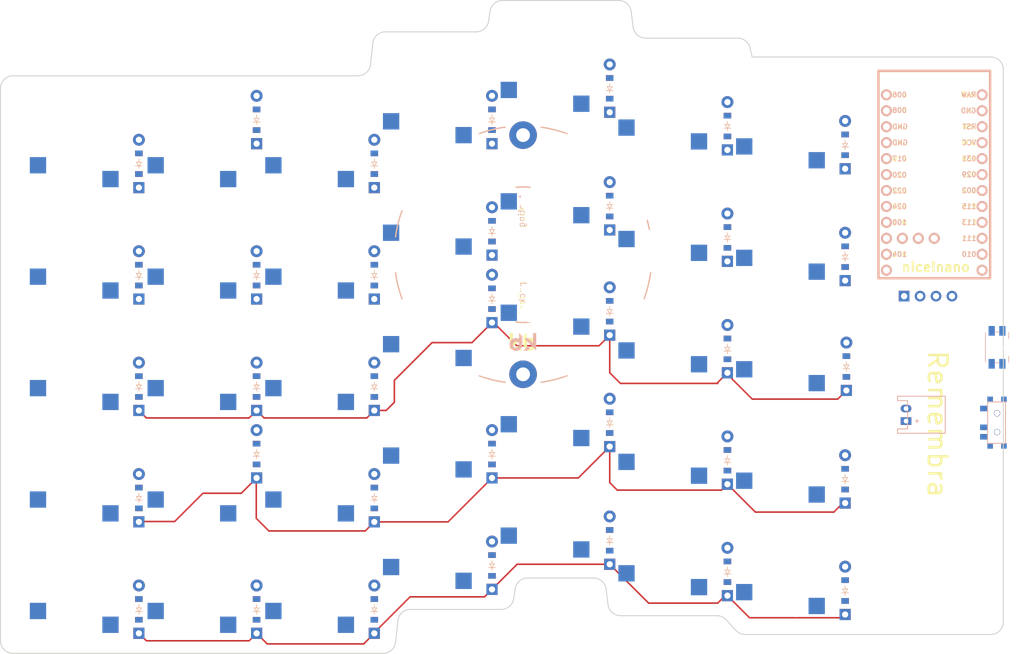
<source format=kicad_pcb>
(kicad_pcb (version 20241229) (generator "pcbnew") (generator_version "9.0")
  (title_block (title "left") (rev "v1.0.0") (company "Unknown"))
  (layers (0 "F.Cu" signal) (2 "B.Cu" signal) (13 "F.Paste" user) (15 "B.Paste" user) (5 "F.SilkS" user) (7 "B.SilkS" user) (1 "F.Mask" user) (3 "B.Mask" user) (25 "Edge.Cuts" user))
  (net 0 "")
  (net 1 "P111")
  (net 2 "seventh_mod")
  (net 3 "seventh_bottom")
  (net 4 "seventh_home")
  (net 5 "seventh_top")
  (net 6 "seventh_num")
  (net 7 "P020")
  (net 8 "first_mod")
  (net 9 "first_bottom")
  (net 10 "first_home")
  (net 11 "first_top")
  (net 12 "first_num")
  (net 13 "P022")
  (net 14 "second_mod")
  (net 15 "second_bottom")
  (net 16 "second_home")
  (net 17 "second_top")
  (net 18 "second_num")
  (net 19 "P024")
  (net 20 "third_mod")
  (net 21 "third_bottom")
  (net 22 "third_home")
  (net 23 "third_top")
  (net 24 "third_num")
  (net 25 "P100")
  (net 26 "fourth_mod")
  (net 27 "fourth_bottom")
  (net 28 "fourth_home")
  (net 29 "fourth_top")
  (net 30 "fourth_num")
  (net 31 "P011")
  (net 32 "fifth_mod")
  (net 33 "fifth_bottom")
  (net 34 "fifth_home")
  (net 35 "fifth_top")
  (net 36 "fifth_num")
  (net 37 "P017")
  (net 38 "sixth_mod")
  (net 39 "sixth_bottom")
  (net 40 "sixth_home")
  (net 41 "sixth_top")
  (net 42 "sixth_num")
  (net 43 "P113")
  (net 44 "P115")
  (net 45 "P002")
  (net 46 "P029")
  (net 47 "P031")
  (net 48 "RAW")
  (net 49 "GND")
  (net 50 "RST")
  (net 51 "VCC")
  (net 52 "P010")
  (net 53 "P009")
  (net 54 "P006")
  (net 55 "P008")
  (net 56 "P104")
  (net 57 "P106")
  (net 58 "P101")
  (net 59 "P102")
  (net 60 "P107")
  (net 61 "P2")
  (net 62 "P3")
  (net 63 "pos")
  (footprint "E73:SPDT_C128955" (layer "F.Cu") (at 244.5 123.75 -90)
    (property "Reference" "T1" (hide yes))
    (property "Value" "" (hide yes))
  )
  (footprint "PG1350" (layer "F.Cu") (at 156.25 143 180)
    (property "Reference" "S16" (hide yes))
    (property "Value" "" (hide yes))
  )
  (footprint "ComboDiode" (layer "F.Cu") (at 145.3 153.5 90)
    (property "Reference" "D9" (hide yes))
    (property "Value" "" (hide yes))
  )
  (footprint "ComboDiode" (layer "F.Cu") (at 220.3 150.5 90)
    (property "Reference" "D26" (hide yes))
    (property "Value" "" (hide yes))
  )
  (footprint "PG1350" (layer "F.Cu") (at 118.75 150 180)
    (property "Reference" "S6" (hide yes))
    (property "Value" "" (hide yes))
  )
  (footprint "ComboDiode" (layer "F.Cu") (at 126.55 118 90)
    (property "Reference" "D7" (hide yes))
    (property "Value" "" (hide yes))
  )
  (footprint "PG1350" (layer "F.Cu") (at 137.5 150 180)
    (property "Reference" "S11" (hide yes))
    (property "Value" "" (hide yes))
  )
  (footprint "ComboDiode" (layer "F.Cu") (at 201.55 112 90)
    (property "Reference" "D23" (hide yes))
    (property "Value" "" (hide yes))
  )
  (footprint "PG1350" (layer "F.Cu") (at 212.5 93.75 180)
    (property "Reference" "S34" (hide yes))
    (property "Value" "" (hide yes))
  )
  (footprint "ComboDiode" (layer "F.Cu") (at 182.8 123.75 90)
    (property "Reference" "D18" (hide yes))
    (property "Value" "" (hide yes))
  )
  (footprint "ComboDiode" (layer "F.Cu") (at 107.8 82.5 90)
    (property "Reference" "D5" (hide yes))
    (property "Value" "" (hide yes))
  )
  (footprint "PG1350" (layer "F.Cu") (at 118.75 114.5 180)
    (property "Reference" "S8" (hide yes))
    (property "Value" "" (hide yes))
  )
  (footprint "PG1350" (layer "F.Cu") (at 175 102.5 180)
    (property "Reference" "S23" (hide yes))
    (property "Value" "" (hide yes))
  )
  (footprint "PG1350" (layer "F.Cu") (at 212.5 76 180)
    (property "Reference" "S35" (hide yes))
    (property "Value" "" (hide yes))
  )
  (footprint "ComboDiode" (layer "F.Cu") (at 126.55 128.75 90)
    (property "Reference" "D31" (hide yes))
    (property "Value" "" (hide yes))
  )
  (footprint "PG1350" (layer "F.Cu") (at 212.5 147 180)
    (property "Reference" "S31" (hide yes))
    (property "Value" "" (hide yes))
  )
  (footprint "PG1350" (layer "F.Cu") (at 193.75 108.5 180)
    (property "Reference" "S28" (hide yes))
    (property "Value" "" (hide yes))
  )
  (footprint "PG1350" (layer "F.Cu") (at 100 79 180)
    (property "Reference" "S5" (hide yes))
    (property "Value" "" (hide yes))
  )
  (footprint "ComboDiode" (layer "F.Cu") (at 107.8 100.25 90)
    (property "Reference" "D4" (hide yes))
    (property "Value" "" (hide yes))
  )
  (footprint "PG1350" (layer "F.Cu") (at 193.75 90.75 180)
    (property "Reference" "S29" (hide yes))
    (property "Value" "" (hide yes))
  )
  (footprint "ComboDiode" (layer "F.Cu") (at 182.8 106 90)
    (property "Reference" "D19" (hide yes))
    (property "Value" "" (hide yes))
  )
  (footprint "ComboDiode" (layer "F.Cu") (at 201.55 94.25 90)
    (property "Reference" "D24" (hide yes))
    (property "Value" "" (hide yes))
  )
  (footprint "ComboDiode" (layer "F.Cu") (at 126.55 153.5 90)
    (property "Reference" "D6" (hide yes))
    (property "Value" "" (hide yes))
  )
  (footprint "nice_nano" (layer "F.Cu") (at 234.5 85.5 -90)
    (property "Reference" "MCU1" (hide yes))
    (property "Value" "nice_nano" (hide yes))
  )
  (footprint "PG1350" (layer "F.Cu") (at 175 67 180)
    (property "Reference" "S25" (hide yes))
    (property "Value" "" (hide yes))
  )
  (footprint "ComboDiode" (layer "F.Cu") (at 201.55 129.75 90)
    (property "Reference" "D22" (hide yes))
    (property "Value" "" (hide yes))
  )
  (footprint "PG1350" (layer "F.Cu") (at 212.5 111.5 180)
    (property "Reference" "S33" (hide yes))
    (property "Value" "" (hide yes))
  )
  (footprint "PG1350" (layer "F.Cu") (at 156.25 72 180)
    (property "Reference" "S20" (hide yes))
    (property "Value" "" (hide yes))
  )
  (footprint "ComboDiode" (layer "F.Cu") (at 220.3 132.75 90)
    (property "Reference" "D27" (hide yes))
    (property "Value" "" (hide yes))
  )
  (footprint "PG1350" (layer "F.Cu") (at 118.75 132.25 180)
    (property "Reference" "S7" (hide yes))
    (property "Value" "" (hide yes))
  )
  (footprint "PG1350" (layer "F.Cu") (at 118.75 79 180)
    (property "Reference" "S10" (hide yes))
    (property "Value" "" (hide yes))
  )
  (footprint "PG1350" (layer "F.Cu") (at 193.75 144 180)
    (property "Reference" "S26" (hide yes))
    (property "Value" "" (hide yes))
  )
  (footprint "PG1350" (layer "F.Cu") (at 175 138 180)
    (property "Reference" "S21" (hide yes))
    (property "Value" "" (hide yes))
  )
  (footprint "ComboDiode" (layer "F.Cu") (at 201.55 76.5 90)
    (property "Reference" "D25" (hide yes))
    (property "Value" "" (hide yes))
  )
  (footprint "PG1350" (layer "F.Cu") (at 175 120.25 180)
    (property "Reference" "S22" (hide yes))
    (property "Value" "" (hide yes))
  )
  (footprint "PG1350" (layer "F.Cu") (at 137.5 79 180)
    (property "Reference" "S15" (hide yes))
    (property "Value" "" (hide yes))
  )
  (footprint "PG1350" (layer "F.Cu") (at 193.75 126.25 180)
    (property "Reference" "S27" (hide yes))
    (property "Value" "" (hide yes))
  )
  (footprint "ComboDiode" (layer "F.Cu") (at 126.55 100.25 90)
    (property "Reference" "D8" (hide yes))
    (property "Value" "" (hide yes))
  )
  (footprint "ComboDiode" (layer "F.Cu") (at 182.8 70.5 90)
    (property "Reference" "D20" (hide yes))
    (property "Value" "" (hide yes))
  )
  (footprint "ComboDiode" (layer "F.Cu") (at 182.8 142.5 90)
    (property "Reference" "D34" (hide yes))
    (property "Value" "" (hide yes))
  )
  (footprint "JST_PH_S2B-PH-K_02x2.00mm_Angled" (layer "F.Cu") (at 230 122.5 90)
    (property "Reference" "JST1" (hide yes))
    (property "Value" "" (hide yes))
  )
  (footprint "ComboDiode" (layer "F.Cu") (at 164.05 104 90)
    (property "Reference" "D33" (hide yes))
    (property "Value" "" (hide yes))
  )
  (footprint "ComboDiode" (layer "F.Cu") (at 107.8 153.5 90)
    (property "Reference" "D1" (hide yes))
    (property "Value" "" (hide yes))
  )
  (footprint "ComboDiode" (layer "F.Cu") (at 182.8 89.25 90)
    (property "Reference" "D35" (hide yes))
    (property "Value" "" (hide yes))
  )
  (footprint "ComboDiode" (layer "F.Cu") (at 220.3 79.5 90)
    (property "Reference" "D28" (hide yes))
    (property "Value" "" (hide yes))
  )
  (footprint "Library:TentingPuck_NoHole" (layer "F.Cu") (at 169 97)
    (property "Reference" "REF**" (hide yes))
    (property "Value" "Tenting Puck, no hole" (hide yes))
  )
  (footprint "PG1350" (layer "F.Cu") (at 156.25 107.5 180)
    (property "Reference" "S18" (hide yes))
    (property "Value" "" (hide yes))
  )
  (footprint "Panasonic_EVQPUL_EVQPUC" (layer "F.Cu") (at 244.5 111.75 -90)
    (property "Reference" "B1" (hide yes))
    (property "Value" "Panasonic_EVQPUL_EVQPUC" (hide yes))
  )
  (footprint "PG1350" (layer "F.Cu") (at 137.5 132.25 180)
    (property "Reference" "S12" (hide yes))
    (property "Value" "" (hide yes))
  )
  (footprint "ComboDiode" (layer "F.Cu") (at 145.3 118 90)
    (property "Reference" "D11" (hide yes))
    (property "Value" "" (hide yes))
  )
  (footprint "PG1350" (layer "F.Cu") (at 137.5 114.5 180)
    (property "Reference" "S13" (hide yes))
    (property "Value" "" (hide yes))
  )
  (footprint "ComboDiode" (layer "F.Cu") (at 126.55 75.5 90)
    (property "Reference" "D32" (hide yes))
    (property "Value" "" (hide yes))
  )
  (footprint "ComboDiode" (layer "F.Cu") (at 145.3 100.25 90)
    (property "Reference" "D12" (hide yes))
    (property "Value" "" (hide yes))
  )
  (footprint "PG1350" (layer "F.Cu") (at 100 150 180)
    (property "Reference" "S1" (hide yes))
    (property "Value" "" (hide yes))
  )
  (footprint "PG1350" (layer "F.Cu") (at 118.75 96.75 180)
    (property "Reference" "S9" (hide yes))
    (property "Value" "" (hide yes))
  )
  (footprint "lib:OLED_headers" (layer "F.Cu") (at 239.5 102 -90)
    (property "Reference" "OLED1" (hide yes))
    (property "Value" "OLED")
  )
  (footprint "ComboDiode" (layer "F.Cu") (at 164.05 128.75 90)
    (property "Reference" "D15" (hide yes))
    (property "Value" "" (hide yes))
  )
  (footprint "PG1350" (layer "F.Cu") (at 100 132.25 180)
    (property "Reference" "S2" (hide yes))
    (property "Value" "" (hide yes))
  )
  (footprint "PG1350" (layer "F.Cu") (at 156.25 89.75 180)
    (property "Reference" "S19" (hide yes))
    (property "Value" "" (hide yes))
  )
  (footprint "ComboDiode" (layer "F.Cu") (at 164.05 93.25 90)
    (property "Reference" "D16" (hide yes))
    (property "Value" "" (hide yes))
  )
  (footprint "ComboDiode" (layer "F.Cu") (at 164.05 146.5 90)
    (property "Reference" "D14" (hide yes))
    (property "Value" "" (hide yes))
  )
  (footprint "PG1350" (layer "F.Cu") (at 100 114.5 180)
    (property "Reference" "S3" (hide yes))
    (property "Value" "" (hide yes))
  )
  (footprint "PG1350" (layer "F.Cu") (at 212.5 129.25 180)
    (property "Reference" "S32" (hide yes))
    (property "Value" "" (hide yes))
  )
  (footprint "PG1350" (layer "F.Cu") (at 193.75 73 180)
    (property "Reference" "S30" (hide yes))
    (property "Value" "" (hide yes))
  )
  (footprint "ComboDiode" (layer "F.Cu") (at 220.5 114.81 90)
    (property "Reference" "D30" (hide yes))
    (property "Value" "" (hide yes))
  )
  (footprint "ComboDiode" (layer "F.Cu") (at 107.8 135.75 90)
    (property "Reference" "D2" (hide yes))
    (property "Value" "" (hide yes))
  )
  (footprint "ComboDiode" (layer "F.Cu") (at 201.55 147.5 90)
    (property "Reference" "D21" (hide yes))
    (property "Value" "" (hide yes))
  )
  (footprint "ComboDiode" (layer "F.Cu") (at 107.8 118 90)
    (property "Reference" "D3" (hide yes))
    (property "Value" "" (hide yes))
  )
  (footprint "ComboDiode" (layer "F.Cu") (at 164.05 75.5 90)
    (property "Reference" "D17" (hide yes))
    (property "Value" "" (hide yes))
  )
  (footprint "ComboDiode" (layer "F.Cu") (at 220.3 97.31 90)
    (property "Reference" "D29" (hide yes))
    (property "Value" "" (hide yes))
  )
  (footprint "PG1350" (layer "F.Cu") (at 100 96.75 180)
    (property "Reference" "S4" (hide yes))
    (property "Value" "" (hide yes))
  )
  (footprint "PG1350" (layer "F.Cu") (at 175 84.75 180)
    (property "Reference" "S24" (hide yes))
    (property "Value" "" (hide yes))
  )
  (footprint "PG1350" (layer "F.Cu") (at 156.25 125.25 180)
    (property "Reference" "S17" (hide yes))
    (property "Value" "" (hide yes))
  )
  (footprint "ComboDiode" (layer "F.Cu") (at 145.3 135.75 90)
    (property "Reference" "D10" (hide yes))
    (property "Value" "" (hide yes))
  )
  (footprint "PG1350" (layer "F.Cu") (at 137.5 96.75 180)
    (property "Reference" "S14" (hide yes))
    (property "Value" "" (hide yes))
  )
  (footprint "ComboDiode" (layer "F.Cu") (at 145.3 82.5 90)
    (property "Reference" "D13" (hide yes))
    (property "Value" "" (hide yes))
  )
  (gr_line (start 205.5001 65.5) (end 243.5 65.5) (stroke (width 0.15)) (layer "Edge.Cuts"))
  (gr_line (start 165.527625 153.5) (end 151.047161 153.5) (stroke (width 0.15)) (layer "Edge.Cuts"))
  (gr_arc (start 167.505498 151.796681) (mid 166.832738 153.015481) (end 165.527625 153.5) (stroke (width 0.15)) (layer "Edge.Cuts"))
  (gr_arc (start 243.5 65.5) (mid 244.914214 66.085786) (end 245.5 67.5) (stroke (width 0.15)) (layer "Edge.Cuts"))
  (gr_arc (start 149.058543 155.286934) (mid 149.710399 154.012363) (end 151.047161 153.5) (stroke (width 0.15)) (layer "Edge.Cuts"))
  (gr_arc (start 167.744502 150.203319) (mid 168.417262 148.984519) (end 169.722375 148.5) (stroke (width 0.15)) (layer "Edge.Cuts"))
  (gr_line (start 188.515564 62.5) (end 203.188498 62.5) (stroke (width 0.15)) (layer "Edge.Cuts"))
  (gr_arc (start 144.691457 66.713066) (mid 144.039601 67.987637) (end 142.702839 68.5) (stroke (width 0.15)) (layer "Edge.Cuts"))
  (gr_line (start 165.722375 56.5) (end 184.234436 56.5) (stroke (width 0.15)) (layer "Edge.Cuts"))
  (gr_arc (start 184.515564 154.499999) (mid 183.191959 153.999355) (end 182.531009 152.748069) (stroke (width 0.15)) (layer "Edge.Cuts"))
  (gr_line (start 87.75 68.5) (end 142.702839 68.5) (stroke (width 0.15)) (layer "Edge.Cuts"))
  (gr_arc (start 85.75 70.5) (mid 86.335786 69.085786) (end 87.75 68.5) (stroke (width 0.15)) (layer "Edge.Cuts"))
  (gr_arc (start 148.691457 158.713066) (mid 148.039601 159.987637) (end 146.702839 160.5) (stroke (width 0.15)) (layer "Edge.Cuts"))
  (gr_line (start 204.379803 157.5) (end 243.5 157.5) (stroke (width 0.15)) (layer "Edge.Cuts"))
  (gr_line (start 180.234436 148.5) (end 169.722375 148.5) (stroke (width 0.15)) (layer "Edge.Cuts"))
  (gr_line (start 186.218991 58.251931) (end 186.531009 60.748069) (stroke (width 0.15)) (layer "Edge.Cuts"))
  (gr_line (start 144.691457 66.713066) (end 145.058543 63.286934) (stroke (width 0.15)) (layer "Edge.Cuts"))
  (gr_line (start 245.5 67.5) (end 245.5 155.5) (stroke (width 0.15)) (layer "Edge.Cuts"))
  (gr_line (start 163.505498 59.796681) (end 163.744502 58.203319) (stroke (width 0.15)) (layer "Edge.Cuts"))
  (gr_line (start 205.128767 64.014868) (end 205.5001 65.5) (stroke (width 0.15)) (layer "Edge.Cuts"))
  (gr_arc (start 163.744502 58.203319) (mid 164.417262 56.984519) (end 165.722375 56.5) (stroke (width 0.15)) (layer "Edge.Cuts"))
  (gr_arc (start 245.5 155.5) (mid 244.914214 156.914214) (end 243.5 157.5) (stroke (width 0.15)) (layer "Edge.Cuts"))
  (gr_line (start 167.744502 150.203319) (end 167.505498 151.796681) (stroke (width 0.15)) (layer "Edge.Cuts"))
  (gr_arc (start 145.058543 63.286934) (mid 145.710399 62.012363) (end 147.047161 61.5) (stroke (width 0.15)) (layer "Edge.Cuts"))
  (gr_arc (start 163.505498 59.796681) (mid 162.832738 61.015481) (end 161.527625 61.5) (stroke (width 0.15)) (layer "Edge.Cuts"))
  (gr_line (start 85.75 158.5) (end 85.75 70.5) (stroke (width 0.15)) (layer "Edge.Cuts"))
  (gr_arc (start 87.75 160.5) (mid 86.335786 159.914214) (end 85.75 158.5) (stroke (width 0.15)) (layer "Edge.Cuts"))
  (gr_line (start 149.058543 155.286934) (end 148.691457 158.713066) (stroke (width 0.15)) (layer "Edge.Cuts"))
  (gr_line (start 202.905495 156.851449) (end 201.344505 155.148551) (stroke (width 0.15)) (layer "Edge.Cuts"))
  (gr_line (start 147.047161 61.5) (end 161.527625 61.5) (stroke (width 0.15)) (layer "Edge.Cuts"))
  (gr_arc (start 184.234436 56.500001) (mid 185.558041 57.000645) (end 186.218991 58.251931) (stroke (width 0.15)) (layer "Edge.Cuts"))
  (gr_arc (start 199.870197 154.5) (mid 200.675523 154.669304) (end 201.344505 155.148551) (stroke (width 0.15)) (layer "Edge.Cuts"))
  (gr_arc (start 180.234436 148.500001) (mid 181.558041 149.000645) (end 182.218991 150.251931) (stroke (width 0.15)) (layer "Edge.Cuts"))
  (gr_line (start 182.531009 152.748069) (end 182.218991 150.251931) (stroke (width 0.15)) (layer "Edge.Cuts"))
  (gr_line (start 199.870197 154.5) (end 184.515564 154.5) (stroke (width 0.15)) (layer "Edge.Cuts"))
  (gr_arc (start 203.188498 62.500001) (mid 204.419297 62.923571) (end 205.128767 64.014868) (stroke (width 0.15)) (layer "Edge.Cuts"))
  (gr_arc (start 204.379803 157.5) (mid 203.574477 157.330696) (end 202.905495 156.851449) (stroke (width 0.15)) (layer "Edge.Cuts"))
  (gr_arc (start 188.515564 62.499999) (mid 187.191959 61.999355) (end 186.531009 60.748069) (stroke (width 0.15)) (layer "Edge.Cuts"))
  (gr_line (start 87.75 160.5) (end 146.702839 160.5) (stroke (width 0.15)) (layer "Edge.Cuts"))
  (gr_text "Remembra" (at 235 112 -90) (layer "F.SilkS") (effects (font (size 3 3) (thickness 0.4)) (justify left)))
  (segment (start 200 152.5) (end 188.99 152.5) (width 0.25) (layer "F.Cu") (net 43))
  (segment (start 143.61 159) (end 128.24 159) (width 0.25) (layer "F.Cu") (net 43))
  (segment (start 125.36 158.5) (end 108.99 158.5) (width 0.25) (layer "F.Cu") (net 43))
  (segment (start 145.3 157.2) (end 145.3 157.31) (width 0.25) (layer "F.Cu") (net 43))
  (segment (start 164.05 150.31) (end 162.86 151.5) (width 0.25) (layer "F.Cu") (net 43))
  (segment (start 188.99 152.5) (end 182.8 146.31) (width 0.25) (layer "F.Cu") (net 43))
  (segment (start 168.05 146.31) (end 164.05 150.31) (width 0.25) (layer "F.Cu") (net 43))
  (segment (start 108.99 158.5) (end 107.8 157.31) (width 0.25) (layer "F.Cu") (net 43))
  (segment (start 126.55 157.31) (end 125.36 158.5) (width 0.25) (layer "F.Cu") (net 43))
  (segment (start 220.3 154.31) (end 219.784 154.826) (width 0.25) (layer "F.Cu") (net 43))
  (segment (start 162.86 151.5) (end 151 151.5) (width 0.25) (layer "F.Cu") (net 43))
  (segment (start 151 151.5) (end 145.3 157.2) (width 0.25) (layer "F.Cu") (net 43))
  (segment (start 128.24 159) (end 126.55 157.31) (width 0.25) (layer "F.Cu") (net 43))
  (segment (start 219.784 154.826) (end 205.066 154.826) (width 0.25) (layer "F.Cu") (net 43))
  (segment (start 182.8 146.31) (end 168.05 146.31) (width 0.25) (layer "F.Cu") (net 43))
  (segment (start 201.19 151.31) (end 200 152.5) (width 0.25) (layer "F.Cu") (net 43))
  (segment (start 201.55 151.31) (end 201.19 151.31) (width 0.25) (layer "F.Cu") (net 43))
  (segment (start 205.066 154.826) (end 201.55 151.31) (width 0.25) (layer "F.Cu") (net 43))
  (segment (start 145.3 157.31) (end 143.61 159) (width 0.25) (layer "F.Cu") (net 43))
  (segment (start 107.86 139.5) (end 107.8 139.56) (width 0.25) (layer "F.Cu") (net 44))
  (segment (start 157.05 139.56) (end 145.3 139.56) (width 0.25) (layer "F.Cu") (net 44))
  (segment (start 113.5 139.5) (end 107.86 139.5) (width 0.25) (layer "F.Cu") (net 44))
  (segment (start 126.55 132.56) (end 124.11 135) (width 0.25) (layer "F.Cu") (net 44))
  (segment (start 118 135) (end 113.5 139.5) (width 0.25) (layer "F.Cu") (net 44))
  (segment (start 164.05 132.56) (end 157.05 139.56) (width 0.25) (layer "F.Cu") (net 44))
  (segment (start 182.8 133.3) (end 182.8 127.56) (width 0.25) (layer "F.Cu") (net 44))
  (segment (start 177.8 132.56) (end 164.05 132.56) (width 0.25) (layer "F.Cu") (net 44))
  (segment (start 126.5 139) (end 126.5 132.61) (width 0.25) (layer "F.Cu") (net 44))
  (segment (start 206 138) (end 201.56 133.56) (width 0.25) (layer "F.Cu") (net 44))
  (segment (start 201.56 133.56) (end 201.55 133.56) (width 0.25) (layer "F.Cu") (net 44))
  (segment (start 124.11 135) (end 118 135) (width 0.25) (layer "F.Cu") (net 44))
  (segment (start 128.5 141) (end 126.5 139) (width 0.25) (layer "F.Cu") (net 44))
  (segment (start 201.55 133.56) (end 200.61 134.5) (width 0.25) (layer "F.Cu") (net 44))
  (segment (start 200.61 134.5) (end 184 134.5) (width 0.25) (layer "F.Cu") (net 44))
  (segment (start 218.5 138) (end 206 138) (width 0.25) (layer "F.Cu") (net 44))
  (segment (start 143.86 141) (end 128.5 141) (width 0.25) (layer "F.Cu") (net 44))
  (segment (start 126.5 132.61) (end 126.55 132.56) (width 0.25) (layer "F.Cu") (net 44))
  (segment (start 182.8 127.56) (end 177.8 132.56) (width 0.25) (layer "F.Cu") (net 44))
  (segment (start 145.3 139.56) (end 143.86 141) (width 0.25) (layer "F.Cu") (net 44))
  (segment (start 220.3 136.56) (end 219.94 136.56) (width 0.25) (layer "F.Cu") (net 44))
  (segment (start 184 134.5) (end 182.8 133.3) (width 0.25) (layer "F.Cu") (net 44))
  (segment (start 219.94 136.56) (end 218.5 138) (width 0.25) (layer "F.Cu") (net 44))
  (segment (start 125.36 123) (end 108.99 123) (width 0.25) (layer "F.Cu") (net 45))
  (segment (start 181.11 111.5) (end 168 111.5) (width 0.25) (layer "F.Cu") (net 45))
  (segment (start 127.74 123) (end 126.55 121.81) (width 0.25) (layer "F.Cu") (net 45))
  (segment (start 108.99 123) (end 107.8 121.81) (width 0.25) (layer "F.Cu") (net 45))
  (segment (start 184.5 117.5) (end 182.8 115.8) (width 0.25) (layer "F.Cu") (net 45))
  (segment (start 148.5 117) (end 148.5 120.5) (width 0.25) (layer "F.Cu") (net 45))
  (segment (start 148.5 120.5) (end 147.19 121.81) (width 0.25) (layer "F.Cu") (net 45))
  (segment (start 200 117.5) (end 184.5 117.5) (width 0.25) (layer "F.Cu") (net 45))
  (segment (start 205.5 120) (end 201.55 116.05) (width 0.25) (layer "F.Cu") (net 45))
  (segment (start 219.12 120) (end 205.5 120) (width 0.25) (layer "F.Cu") (net 45))
  (segment (start 154.5 111) (end 148.5 117) (width 0.25) (layer "F.Cu") (net 45))
  (segment (start 168 111.5) (end 164.31 107.81) (width 0.25) (layer "F.Cu") (net 45))
  (segment (start 182.8 115.8) (end 182.8 109.81) (width 0.25) (layer "F.Cu") (net 45))
  (segment (start 145.3 121.81) (end 144.11 123) (width 0.25) (layer "F.Cu") (net 45))
  (segment (start 200 117.36) (end 200 117.5) (width 0.25) (layer "F.Cu") (net 45))
  (segment (start 126.55 121.81) (end 125.36 123) (width 0.25) (layer "F.Cu") (net 45))
  (segment (start 182.8 109.81) (end 181.11 111.5) (width 0.25) (layer "F.Cu") (net 45))
  (segment (start 164.05 107.81) (end 160.86 111) (width 0.25) (layer "F.Cu") (net 45))
  (segment (start 160.86 111) (end 154.5 111) (width 0.25) (layer "F.Cu") (net 45))
  (segment (start 220.5 118.62) (end 219.12 120) (width 0.25) (layer "F.Cu") (net 45))
  (segment (start 201.55 115.81) (end 200 117.36) (width 0.25) (layer "F.Cu") (net 45))
  (segment (start 147.19 121.81) (end 145.3 121.81) (width 0.25) (layer "F.Cu") (net 45))
  (segment (start 201.55 116.05) (end 201.55 115.81) (width 0.25) (layer "F.Cu") (net 45))
  (segment (start 164.31 107.81) (end 164.05 107.81) (width 0.25) (layer "F.Cu") (net 45))
  (segment (start 144.11 123) (end 127.74 123) (width 0.25) (layer "F.Cu") (net 45))
)
</source>
